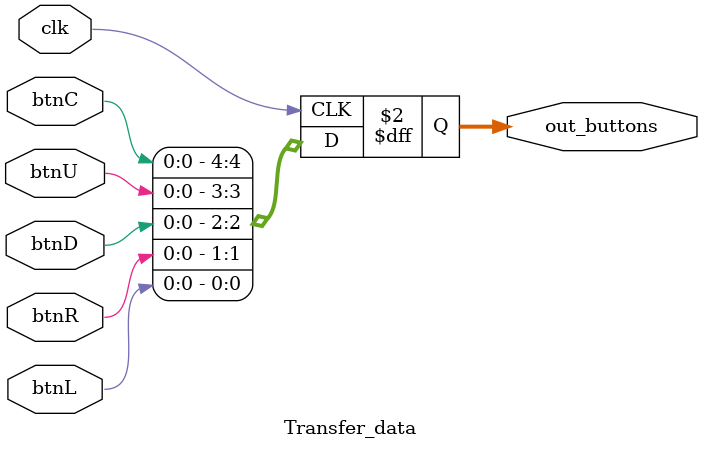
<source format=v>
`timescale 1ns / 1ps


module Transfer_data(input clk, input btnC, btnR, btnL, btnU, btnD, output reg [4:0] out_buttons);
    
     
    always @ (posedge clk) begin
        out_buttons[4] <= btnC;
        out_buttons[3] <= btnU;
        out_buttons[2] <= btnD;
        out_buttons[1] <= btnR;
        out_buttons[0] <= btnL;        
    end      
    
endmodule

</source>
